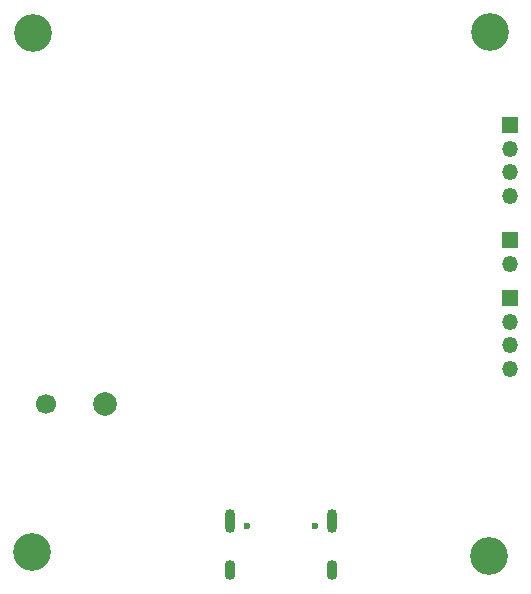
<source format=gbr>
%TF.GenerationSoftware,KiCad,Pcbnew,(6.0.7)*%
%TF.CreationDate,2022-09-29T21:15:40+02:00*%
%TF.ProjectId,ledpcb,6c656470-6362-42e6-9b69-6361645f7063,rev?*%
%TF.SameCoordinates,Original*%
%TF.FileFunction,Soldermask,Bot*%
%TF.FilePolarity,Negative*%
%FSLAX46Y46*%
G04 Gerber Fmt 4.6, Leading zero omitted, Abs format (unit mm)*
G04 Created by KiCad (PCBNEW (6.0.7)) date 2022-09-29 21:15:40*
%MOMM*%
%LPD*%
G01*
G04 APERTURE LIST*
%ADD10R,1.350000X1.350000*%
%ADD11O,1.350000X1.350000*%
%ADD12C,3.200000*%
%ADD13C,0.600000*%
%ADD14O,0.900000X2.000000*%
%ADD15O,0.900000X1.700000*%
%ADD16C,1.700000*%
%ADD17C,2.000000*%
G04 APERTURE END LIST*
D10*
%TO.C,J1*%
X146800000Y-95750000D03*
D11*
X146800000Y-97750000D03*
%TD*%
D12*
%TO.C,REF\u002A\u002A*%
X106400000Y-78200000D03*
%TD*%
D10*
%TO.C,J5*%
X146761200Y-100634800D03*
D11*
X146761200Y-102634800D03*
X146761200Y-104634800D03*
X146761200Y-106634800D03*
%TD*%
D12*
%TO.C,REF\u002A\u002A*%
X144950000Y-122450000D03*
%TD*%
D13*
%TO.C,J2*%
X130266000Y-119960500D03*
X124486000Y-119960500D03*
D14*
X123056000Y-119480500D03*
D15*
X123056000Y-123650500D03*
X131696000Y-123650500D03*
D14*
X131696000Y-119480500D03*
%TD*%
D16*
%TO.C,J4*%
X107475000Y-109575000D03*
D17*
X112475000Y-109575000D03*
%TD*%
D12*
%TO.C,REF\u002A\u002A*%
X106250000Y-122150000D03*
%TD*%
%TO.C,REF\u002A\u002A*%
X145100000Y-78150000D03*
%TD*%
D10*
%TO.C,J3*%
X146750000Y-86000000D03*
D11*
X146750000Y-88000000D03*
X146750000Y-90000000D03*
X146750000Y-92000000D03*
%TD*%
M02*

</source>
